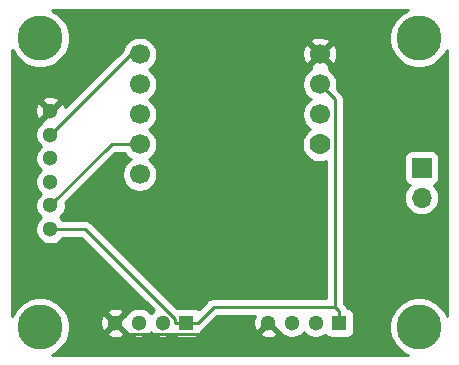
<source format=gbr>
G04 #@! TF.GenerationSoftware,KiCad,Pcbnew,(5.1.2)-1*
G04 #@! TF.CreationDate,2020-12-18T00:18:44+09:00*
G04 #@! TF.ProjectId,M5Atom_CAN,4d354174-6f6d-45f4-9341-4e2e6b696361,rev?*
G04 #@! TF.SameCoordinates,Original*
G04 #@! TF.FileFunction,Copper,L1,Top*
G04 #@! TF.FilePolarity,Positive*
%FSLAX46Y46*%
G04 Gerber Fmt 4.6, Leading zero omitted, Abs format (unit mm)*
G04 Created by KiCad (PCBNEW (5.1.2)-1) date 2020-12-18 00:18:44*
%MOMM*%
%LPD*%
G04 APERTURE LIST*
%ADD10C,1.300000*%
%ADD11R,1.300000X1.300000*%
%ADD12O,1.700000X1.700000*%
%ADD13R,1.700000X1.700000*%
%ADD14C,1.700000*%
%ADD15C,1.776200*%
%ADD16C,3.800000*%
%ADD17C,0.250000*%
%ADD18C,0.254000*%
G04 APERTURE END LIST*
D10*
X153385000Y-136334000D03*
X155385000Y-136334000D03*
X157385000Y-136334000D03*
D11*
X159385000Y-136334000D03*
D12*
X166370000Y-125755000D03*
D13*
X166370000Y-123215000D03*
D14*
X142494000Y-123762000D03*
X142494000Y-121222000D03*
X142494000Y-118682000D03*
X142494000Y-116142000D03*
X142494000Y-113602000D03*
X157734000Y-113602000D03*
X157734000Y-116142000D03*
X157734000Y-118682000D03*
D15*
X157734000Y-121222000D03*
D16*
X134064000Y-112220000D03*
X166164000Y-112220000D03*
X166164000Y-136700000D03*
X134064000Y-136700000D03*
D10*
X134938000Y-118397000D03*
X134938000Y-120397000D03*
X134938000Y-122397000D03*
X134938000Y-124397000D03*
X134938000Y-126397000D03*
X134938000Y-128397000D03*
X140431000Y-136334000D03*
X142431000Y-136334000D03*
X144431000Y-136334000D03*
D11*
X146431000Y-136334000D03*
D17*
X140431000Y-136334000D02*
X141406300Y-137309300D01*
X141406300Y-137309300D02*
X152409700Y-137309300D01*
X152409700Y-137309300D02*
X153385000Y-136334000D01*
X146431000Y-136334000D02*
X145455700Y-136334000D01*
X134938000Y-128397000D02*
X137884400Y-128397000D01*
X137884400Y-128397000D02*
X145455700Y-135968300D01*
X145455700Y-135968300D02*
X145455700Y-136334000D01*
X159007000Y-134980700D02*
X159385000Y-135358700D01*
X157734000Y-116142000D02*
X159007000Y-117415000D01*
X159007000Y-117415000D02*
X159007000Y-134980700D01*
X147406300Y-136334000D02*
X148759600Y-134980700D01*
X148759600Y-134980700D02*
X159007000Y-134980700D01*
X159385000Y-136334000D02*
X159385000Y-135358700D01*
X146431000Y-136334000D02*
X147406300Y-136334000D01*
X134938000Y-120397000D02*
X141733000Y-113602000D01*
X141733000Y-113602000D02*
X142494000Y-113602000D01*
X134938000Y-126397000D02*
X140113000Y-121222000D01*
X140113000Y-121222000D02*
X142494000Y-121222000D01*
D18*
G36*
X164963227Y-109973512D02*
G01*
X164548032Y-110250937D01*
X164194937Y-110604032D01*
X163917512Y-111019227D01*
X163726418Y-111480568D01*
X163629000Y-111970324D01*
X163629000Y-112469676D01*
X163726418Y-112959432D01*
X163917512Y-113420773D01*
X164194937Y-113835968D01*
X164548032Y-114189063D01*
X164963227Y-114466488D01*
X165424568Y-114657582D01*
X165914324Y-114755000D01*
X166413676Y-114755000D01*
X166903432Y-114657582D01*
X167364773Y-114466488D01*
X167779968Y-114189063D01*
X168133063Y-113835968D01*
X168410488Y-113420773D01*
X168504001Y-113195013D01*
X168504000Y-135724985D01*
X168410488Y-135499227D01*
X168133063Y-135084032D01*
X167779968Y-134730937D01*
X167364773Y-134453512D01*
X166903432Y-134262418D01*
X166413676Y-134165000D01*
X165914324Y-134165000D01*
X165424568Y-134262418D01*
X164963227Y-134453512D01*
X164548032Y-134730937D01*
X164194937Y-135084032D01*
X163917512Y-135499227D01*
X163726418Y-135960568D01*
X163629000Y-136450324D01*
X163629000Y-136949676D01*
X163726418Y-137439432D01*
X163917512Y-137900773D01*
X164194937Y-138315968D01*
X164548032Y-138669063D01*
X164963227Y-138946488D01*
X165188987Y-139040001D01*
X135039018Y-139039999D01*
X135264773Y-138946488D01*
X135679968Y-138669063D01*
X136033063Y-138315968D01*
X136310488Y-137900773D01*
X136501582Y-137439432D01*
X136545323Y-137219527D01*
X139725078Y-137219527D01*
X139778466Y-137448201D01*
X140008374Y-137554095D01*
X140254524Y-137613102D01*
X140507455Y-137622952D01*
X140757449Y-137583270D01*
X140994896Y-137495578D01*
X141083534Y-137448201D01*
X141136922Y-137219527D01*
X140431000Y-136513605D01*
X139725078Y-137219527D01*
X136545323Y-137219527D01*
X136599000Y-136949676D01*
X136599000Y-136450324D01*
X136591070Y-136410455D01*
X139142048Y-136410455D01*
X139181730Y-136660449D01*
X139269422Y-136897896D01*
X139316799Y-136986534D01*
X139545473Y-137039922D01*
X140251395Y-136334000D01*
X139545473Y-135628078D01*
X139316799Y-135681466D01*
X139210905Y-135911374D01*
X139151898Y-136157524D01*
X139142048Y-136410455D01*
X136591070Y-136410455D01*
X136501582Y-135960568D01*
X136310488Y-135499227D01*
X136276576Y-135448473D01*
X139725078Y-135448473D01*
X140431000Y-136154395D01*
X141136922Y-135448473D01*
X141083534Y-135219799D01*
X140853626Y-135113905D01*
X140607476Y-135054898D01*
X140354545Y-135045048D01*
X140104551Y-135084730D01*
X139867104Y-135172422D01*
X139778466Y-135219799D01*
X139725078Y-135448473D01*
X136276576Y-135448473D01*
X136033063Y-135084032D01*
X135679968Y-134730937D01*
X135264773Y-134453512D01*
X134803432Y-134262418D01*
X134313676Y-134165000D01*
X133814324Y-134165000D01*
X133324568Y-134262418D01*
X132863227Y-134453512D01*
X132448032Y-134730937D01*
X132094937Y-135084032D01*
X131817512Y-135499227D01*
X131724000Y-135724985D01*
X131724000Y-120270439D01*
X133653000Y-120270439D01*
X133653000Y-120523561D01*
X133702381Y-120771821D01*
X133799247Y-121005676D01*
X133939875Y-121216140D01*
X134118860Y-121395125D01*
X134121666Y-121397000D01*
X134118860Y-121398875D01*
X133939875Y-121577860D01*
X133799247Y-121788324D01*
X133702381Y-122022179D01*
X133653000Y-122270439D01*
X133653000Y-122523561D01*
X133702381Y-122771821D01*
X133799247Y-123005676D01*
X133939875Y-123216140D01*
X134118860Y-123395125D01*
X134121666Y-123397000D01*
X134118860Y-123398875D01*
X133939875Y-123577860D01*
X133799247Y-123788324D01*
X133702381Y-124022179D01*
X133653000Y-124270439D01*
X133653000Y-124523561D01*
X133702381Y-124771821D01*
X133799247Y-125005676D01*
X133939875Y-125216140D01*
X134118860Y-125395125D01*
X134121666Y-125397000D01*
X134118860Y-125398875D01*
X133939875Y-125577860D01*
X133799247Y-125788324D01*
X133702381Y-126022179D01*
X133653000Y-126270439D01*
X133653000Y-126523561D01*
X133702381Y-126771821D01*
X133799247Y-127005676D01*
X133939875Y-127216140D01*
X134118860Y-127395125D01*
X134121666Y-127397000D01*
X134118860Y-127398875D01*
X133939875Y-127577860D01*
X133799247Y-127788324D01*
X133702381Y-128022179D01*
X133653000Y-128270439D01*
X133653000Y-128523561D01*
X133702381Y-128771821D01*
X133799247Y-129005676D01*
X133939875Y-129216140D01*
X134118860Y-129395125D01*
X134329324Y-129535753D01*
X134563179Y-129632619D01*
X134811439Y-129682000D01*
X135064561Y-129682000D01*
X135312821Y-129632619D01*
X135546676Y-129535753D01*
X135757140Y-129395125D01*
X135936125Y-129216140D01*
X135975641Y-129157000D01*
X137569599Y-129157000D01*
X143693754Y-135281155D01*
X143611860Y-135335875D01*
X143432875Y-135514860D01*
X143431000Y-135517666D01*
X143429125Y-135514860D01*
X143250140Y-135335875D01*
X143039676Y-135195247D01*
X142805821Y-135098381D01*
X142557561Y-135049000D01*
X142304439Y-135049000D01*
X142056179Y-135098381D01*
X141822324Y-135195247D01*
X141611860Y-135335875D01*
X141432875Y-135514860D01*
X141351733Y-135636297D01*
X141316527Y-135628078D01*
X140610605Y-136334000D01*
X141316527Y-137039922D01*
X141351733Y-137031703D01*
X141432875Y-137153140D01*
X141611860Y-137332125D01*
X141822324Y-137472753D01*
X142056179Y-137569619D01*
X142304439Y-137619000D01*
X142557561Y-137619000D01*
X142805821Y-137569619D01*
X143039676Y-137472753D01*
X143250140Y-137332125D01*
X143429125Y-137153140D01*
X143431000Y-137150334D01*
X143432875Y-137153140D01*
X143611860Y-137332125D01*
X143822324Y-137472753D01*
X144056179Y-137569619D01*
X144304439Y-137619000D01*
X144557561Y-137619000D01*
X144805821Y-137569619D01*
X145039676Y-137472753D01*
X145247870Y-137333642D01*
X145250463Y-137338494D01*
X145329815Y-137435185D01*
X145426506Y-137514537D01*
X145536820Y-137573502D01*
X145656518Y-137609812D01*
X145781000Y-137622072D01*
X147081000Y-137622072D01*
X147205482Y-137609812D01*
X147325180Y-137573502D01*
X147435494Y-137514537D01*
X147532185Y-137435185D01*
X147611537Y-137338494D01*
X147670502Y-137228180D01*
X147673126Y-137219527D01*
X152679078Y-137219527D01*
X152732466Y-137448201D01*
X152962374Y-137554095D01*
X153208524Y-137613102D01*
X153461455Y-137622952D01*
X153711449Y-137583270D01*
X153948896Y-137495578D01*
X154037534Y-137448201D01*
X154090922Y-137219527D01*
X153385000Y-136513605D01*
X152679078Y-137219527D01*
X147673126Y-137219527D01*
X147706812Y-137108482D01*
X147714438Y-137031052D01*
X147830576Y-136968974D01*
X147946301Y-136874001D01*
X147970104Y-136844997D01*
X149074402Y-135740700D01*
X152243516Y-135740700D01*
X152164905Y-135911374D01*
X152105898Y-136157524D01*
X152096048Y-136410455D01*
X152135730Y-136660449D01*
X152223422Y-136897896D01*
X152270799Y-136986534D01*
X152499473Y-137039922D01*
X153205395Y-136334000D01*
X153191253Y-136319858D01*
X153370858Y-136140253D01*
X153385000Y-136154395D01*
X153399143Y-136140253D01*
X153578748Y-136319858D01*
X153564605Y-136334000D01*
X154270527Y-137039922D01*
X154305733Y-137031703D01*
X154386875Y-137153140D01*
X154565860Y-137332125D01*
X154776324Y-137472753D01*
X155010179Y-137569619D01*
X155258439Y-137619000D01*
X155511561Y-137619000D01*
X155759821Y-137569619D01*
X155993676Y-137472753D01*
X156204140Y-137332125D01*
X156383125Y-137153140D01*
X156385000Y-137150334D01*
X156386875Y-137153140D01*
X156565860Y-137332125D01*
X156776324Y-137472753D01*
X157010179Y-137569619D01*
X157258439Y-137619000D01*
X157511561Y-137619000D01*
X157759821Y-137569619D01*
X157993676Y-137472753D01*
X158201870Y-137333642D01*
X158204463Y-137338494D01*
X158283815Y-137435185D01*
X158380506Y-137514537D01*
X158490820Y-137573502D01*
X158610518Y-137609812D01*
X158735000Y-137622072D01*
X160035000Y-137622072D01*
X160159482Y-137609812D01*
X160279180Y-137573502D01*
X160389494Y-137514537D01*
X160486185Y-137435185D01*
X160565537Y-137338494D01*
X160624502Y-137228180D01*
X160660812Y-137108482D01*
X160673072Y-136984000D01*
X160673072Y-135684000D01*
X160660812Y-135559518D01*
X160624502Y-135439820D01*
X160565537Y-135329506D01*
X160486185Y-135232815D01*
X160389494Y-135153463D01*
X160279180Y-135094498D01*
X160159482Y-135058188D01*
X160082052Y-135050562D01*
X160019974Y-134934424D01*
X159925001Y-134818699D01*
X159895997Y-134794896D01*
X159767000Y-134665899D01*
X159767000Y-125755000D01*
X164877815Y-125755000D01*
X164906487Y-126046111D01*
X164991401Y-126326034D01*
X165129294Y-126584014D01*
X165314866Y-126810134D01*
X165540986Y-126995706D01*
X165798966Y-127133599D01*
X166078889Y-127218513D01*
X166297050Y-127240000D01*
X166442950Y-127240000D01*
X166661111Y-127218513D01*
X166941034Y-127133599D01*
X167199014Y-126995706D01*
X167425134Y-126810134D01*
X167610706Y-126584014D01*
X167748599Y-126326034D01*
X167833513Y-126046111D01*
X167862185Y-125755000D01*
X167833513Y-125463889D01*
X167748599Y-125183966D01*
X167610706Y-124925986D01*
X167425134Y-124699866D01*
X167395313Y-124675393D01*
X167464180Y-124654502D01*
X167574494Y-124595537D01*
X167671185Y-124516185D01*
X167750537Y-124419494D01*
X167809502Y-124309180D01*
X167845812Y-124189482D01*
X167858072Y-124065000D01*
X167858072Y-122365000D01*
X167845812Y-122240518D01*
X167809502Y-122120820D01*
X167750537Y-122010506D01*
X167671185Y-121913815D01*
X167574494Y-121834463D01*
X167464180Y-121775498D01*
X167344482Y-121739188D01*
X167220000Y-121726928D01*
X165520000Y-121726928D01*
X165395518Y-121739188D01*
X165275820Y-121775498D01*
X165165506Y-121834463D01*
X165068815Y-121913815D01*
X164989463Y-122010506D01*
X164930498Y-122120820D01*
X164894188Y-122240518D01*
X164881928Y-122365000D01*
X164881928Y-124065000D01*
X164894188Y-124189482D01*
X164930498Y-124309180D01*
X164989463Y-124419494D01*
X165068815Y-124516185D01*
X165165506Y-124595537D01*
X165275820Y-124654502D01*
X165344687Y-124675393D01*
X165314866Y-124699866D01*
X165129294Y-124925986D01*
X164991401Y-125183966D01*
X164906487Y-125463889D01*
X164877815Y-125755000D01*
X159767000Y-125755000D01*
X159767000Y-117452323D01*
X159770676Y-117415000D01*
X159767000Y-117377677D01*
X159767000Y-117377667D01*
X159756003Y-117266014D01*
X159712546Y-117122753D01*
X159641974Y-116990724D01*
X159547001Y-116874999D01*
X159518004Y-116851202D01*
X159175210Y-116508408D01*
X159219000Y-116288260D01*
X159219000Y-115995740D01*
X159161932Y-115708842D01*
X159049990Y-115438589D01*
X158887475Y-115195368D01*
X158680632Y-114988525D01*
X158507271Y-114872689D01*
X158582792Y-114630397D01*
X157734000Y-113781605D01*
X156885208Y-114630397D01*
X156960729Y-114872689D01*
X156787368Y-114988525D01*
X156580525Y-115195368D01*
X156418010Y-115438589D01*
X156306068Y-115708842D01*
X156249000Y-115995740D01*
X156249000Y-116288260D01*
X156306068Y-116575158D01*
X156418010Y-116845411D01*
X156580525Y-117088632D01*
X156787368Y-117295475D01*
X156961760Y-117412000D01*
X156787368Y-117528525D01*
X156580525Y-117735368D01*
X156418010Y-117978589D01*
X156306068Y-118248842D01*
X156249000Y-118535740D01*
X156249000Y-118828260D01*
X156306068Y-119115158D01*
X156418010Y-119385411D01*
X156580525Y-119628632D01*
X156787368Y-119835475D01*
X156927471Y-119929088D01*
X156763080Y-120038931D01*
X156550931Y-120251080D01*
X156384246Y-120500541D01*
X156269432Y-120777728D01*
X156210900Y-121071988D01*
X156210900Y-121372012D01*
X156269432Y-121666272D01*
X156384246Y-121943459D01*
X156550931Y-122192920D01*
X156763080Y-122405069D01*
X157012541Y-122571754D01*
X157289728Y-122686568D01*
X157583988Y-122745100D01*
X157884012Y-122745100D01*
X158178272Y-122686568D01*
X158247000Y-122658100D01*
X158247001Y-134220700D01*
X148796922Y-134220700D01*
X148759599Y-134217024D01*
X148722276Y-134220700D01*
X148722267Y-134220700D01*
X148610614Y-134231697D01*
X148467353Y-134275154D01*
X148335324Y-134345726D01*
X148219599Y-134440699D01*
X148195801Y-134469697D01*
X147477534Y-135187964D01*
X147435494Y-135153463D01*
X147325180Y-135094498D01*
X147205482Y-135058188D01*
X147081000Y-135045928D01*
X145781000Y-135045928D01*
X145656518Y-135058188D01*
X145628799Y-135066597D01*
X138448204Y-127886003D01*
X138424401Y-127856999D01*
X138308676Y-127762026D01*
X138176647Y-127691454D01*
X138033386Y-127647997D01*
X137921733Y-127637000D01*
X137921722Y-127637000D01*
X137884400Y-127633324D01*
X137847078Y-127637000D01*
X135975641Y-127637000D01*
X135936125Y-127577860D01*
X135757140Y-127398875D01*
X135754334Y-127397000D01*
X135757140Y-127395125D01*
X135936125Y-127216140D01*
X136076753Y-127005676D01*
X136173619Y-126771821D01*
X136223000Y-126523561D01*
X136223000Y-126270439D01*
X136209124Y-126200677D01*
X140427802Y-121982000D01*
X141215822Y-121982000D01*
X141340525Y-122168632D01*
X141547368Y-122375475D01*
X141721760Y-122492000D01*
X141547368Y-122608525D01*
X141340525Y-122815368D01*
X141178010Y-123058589D01*
X141066068Y-123328842D01*
X141009000Y-123615740D01*
X141009000Y-123908260D01*
X141066068Y-124195158D01*
X141178010Y-124465411D01*
X141340525Y-124708632D01*
X141547368Y-124915475D01*
X141790589Y-125077990D01*
X142060842Y-125189932D01*
X142347740Y-125247000D01*
X142640260Y-125247000D01*
X142927158Y-125189932D01*
X143197411Y-125077990D01*
X143440632Y-124915475D01*
X143647475Y-124708632D01*
X143809990Y-124465411D01*
X143921932Y-124195158D01*
X143979000Y-123908260D01*
X143979000Y-123615740D01*
X143921932Y-123328842D01*
X143809990Y-123058589D01*
X143647475Y-122815368D01*
X143440632Y-122608525D01*
X143266240Y-122492000D01*
X143440632Y-122375475D01*
X143647475Y-122168632D01*
X143809990Y-121925411D01*
X143921932Y-121655158D01*
X143979000Y-121368260D01*
X143979000Y-121075740D01*
X143921932Y-120788842D01*
X143809990Y-120518589D01*
X143647475Y-120275368D01*
X143440632Y-120068525D01*
X143266240Y-119952000D01*
X143440632Y-119835475D01*
X143647475Y-119628632D01*
X143809990Y-119385411D01*
X143921932Y-119115158D01*
X143979000Y-118828260D01*
X143979000Y-118535740D01*
X143921932Y-118248842D01*
X143809990Y-117978589D01*
X143647475Y-117735368D01*
X143440632Y-117528525D01*
X143266240Y-117412000D01*
X143440632Y-117295475D01*
X143647475Y-117088632D01*
X143809990Y-116845411D01*
X143921932Y-116575158D01*
X143979000Y-116288260D01*
X143979000Y-115995740D01*
X143921932Y-115708842D01*
X143809990Y-115438589D01*
X143647475Y-115195368D01*
X143440632Y-114988525D01*
X143266240Y-114872000D01*
X143440632Y-114755475D01*
X143647475Y-114548632D01*
X143809990Y-114305411D01*
X143921932Y-114035158D01*
X143979000Y-113748260D01*
X143979000Y-113670531D01*
X156243389Y-113670531D01*
X156285401Y-113960019D01*
X156383081Y-114235747D01*
X156456528Y-114373157D01*
X156705603Y-114450792D01*
X157554395Y-113602000D01*
X157913605Y-113602000D01*
X158762397Y-114450792D01*
X159011472Y-114373157D01*
X159137371Y-114109117D01*
X159209339Y-113825589D01*
X159224611Y-113533469D01*
X159182599Y-113243981D01*
X159084919Y-112968253D01*
X159011472Y-112830843D01*
X158762397Y-112753208D01*
X157913605Y-113602000D01*
X157554395Y-113602000D01*
X156705603Y-112753208D01*
X156456528Y-112830843D01*
X156330629Y-113094883D01*
X156258661Y-113378411D01*
X156243389Y-113670531D01*
X143979000Y-113670531D01*
X143979000Y-113455740D01*
X143921932Y-113168842D01*
X143809990Y-112898589D01*
X143647475Y-112655368D01*
X143565710Y-112573603D01*
X156885208Y-112573603D01*
X157734000Y-113422395D01*
X158582792Y-112573603D01*
X158505157Y-112324528D01*
X158241117Y-112198629D01*
X157957589Y-112126661D01*
X157665469Y-112111389D01*
X157375981Y-112153401D01*
X157100253Y-112251081D01*
X156962843Y-112324528D01*
X156885208Y-112573603D01*
X143565710Y-112573603D01*
X143440632Y-112448525D01*
X143197411Y-112286010D01*
X142927158Y-112174068D01*
X142640260Y-112117000D01*
X142347740Y-112117000D01*
X142060842Y-112174068D01*
X141790589Y-112286010D01*
X141547368Y-112448525D01*
X141340525Y-112655368D01*
X141178010Y-112898589D01*
X141066068Y-113168842D01*
X141059789Y-113200409D01*
X136187596Y-118072603D01*
X136187270Y-118070551D01*
X136099578Y-117833104D01*
X136052201Y-117744466D01*
X135823527Y-117691078D01*
X135117605Y-118397000D01*
X135131748Y-118411143D01*
X134952143Y-118590748D01*
X134938000Y-118576605D01*
X134232078Y-119282527D01*
X134240297Y-119317733D01*
X134118860Y-119398875D01*
X133939875Y-119577860D01*
X133799247Y-119788324D01*
X133702381Y-120022179D01*
X133653000Y-120270439D01*
X131724000Y-120270439D01*
X131724000Y-118473455D01*
X133649048Y-118473455D01*
X133688730Y-118723449D01*
X133776422Y-118960896D01*
X133823799Y-119049534D01*
X134052473Y-119102922D01*
X134758395Y-118397000D01*
X134052473Y-117691078D01*
X133823799Y-117744466D01*
X133717905Y-117974374D01*
X133658898Y-118220524D01*
X133649048Y-118473455D01*
X131724000Y-118473455D01*
X131724000Y-117511473D01*
X134232078Y-117511473D01*
X134938000Y-118217395D01*
X135643922Y-117511473D01*
X135590534Y-117282799D01*
X135360626Y-117176905D01*
X135114476Y-117117898D01*
X134861545Y-117108048D01*
X134611551Y-117147730D01*
X134374104Y-117235422D01*
X134285466Y-117282799D01*
X134232078Y-117511473D01*
X131724000Y-117511473D01*
X131724000Y-113195015D01*
X131817512Y-113420773D01*
X132094937Y-113835968D01*
X132448032Y-114189063D01*
X132863227Y-114466488D01*
X133324568Y-114657582D01*
X133814324Y-114755000D01*
X134313676Y-114755000D01*
X134803432Y-114657582D01*
X135264773Y-114466488D01*
X135679968Y-114189063D01*
X136033063Y-113835968D01*
X136310488Y-113420773D01*
X136501582Y-112959432D01*
X136599000Y-112469676D01*
X136599000Y-111970324D01*
X136501582Y-111480568D01*
X136310488Y-111019227D01*
X136033063Y-110604032D01*
X135679968Y-110250937D01*
X135264773Y-109973512D01*
X135039018Y-109880001D01*
X165188982Y-109880001D01*
X164963227Y-109973512D01*
X164963227Y-109973512D01*
G37*
X164963227Y-109973512D02*
X164548032Y-110250937D01*
X164194937Y-110604032D01*
X163917512Y-111019227D01*
X163726418Y-111480568D01*
X163629000Y-111970324D01*
X163629000Y-112469676D01*
X163726418Y-112959432D01*
X163917512Y-113420773D01*
X164194937Y-113835968D01*
X164548032Y-114189063D01*
X164963227Y-114466488D01*
X165424568Y-114657582D01*
X165914324Y-114755000D01*
X166413676Y-114755000D01*
X166903432Y-114657582D01*
X167364773Y-114466488D01*
X167779968Y-114189063D01*
X168133063Y-113835968D01*
X168410488Y-113420773D01*
X168504001Y-113195013D01*
X168504000Y-135724985D01*
X168410488Y-135499227D01*
X168133063Y-135084032D01*
X167779968Y-134730937D01*
X167364773Y-134453512D01*
X166903432Y-134262418D01*
X166413676Y-134165000D01*
X165914324Y-134165000D01*
X165424568Y-134262418D01*
X164963227Y-134453512D01*
X164548032Y-134730937D01*
X164194937Y-135084032D01*
X163917512Y-135499227D01*
X163726418Y-135960568D01*
X163629000Y-136450324D01*
X163629000Y-136949676D01*
X163726418Y-137439432D01*
X163917512Y-137900773D01*
X164194937Y-138315968D01*
X164548032Y-138669063D01*
X164963227Y-138946488D01*
X165188987Y-139040001D01*
X135039018Y-139039999D01*
X135264773Y-138946488D01*
X135679968Y-138669063D01*
X136033063Y-138315968D01*
X136310488Y-137900773D01*
X136501582Y-137439432D01*
X136545323Y-137219527D01*
X139725078Y-137219527D01*
X139778466Y-137448201D01*
X140008374Y-137554095D01*
X140254524Y-137613102D01*
X140507455Y-137622952D01*
X140757449Y-137583270D01*
X140994896Y-137495578D01*
X141083534Y-137448201D01*
X141136922Y-137219527D01*
X140431000Y-136513605D01*
X139725078Y-137219527D01*
X136545323Y-137219527D01*
X136599000Y-136949676D01*
X136599000Y-136450324D01*
X136591070Y-136410455D01*
X139142048Y-136410455D01*
X139181730Y-136660449D01*
X139269422Y-136897896D01*
X139316799Y-136986534D01*
X139545473Y-137039922D01*
X140251395Y-136334000D01*
X139545473Y-135628078D01*
X139316799Y-135681466D01*
X139210905Y-135911374D01*
X139151898Y-136157524D01*
X139142048Y-136410455D01*
X136591070Y-136410455D01*
X136501582Y-135960568D01*
X136310488Y-135499227D01*
X136276576Y-135448473D01*
X139725078Y-135448473D01*
X140431000Y-136154395D01*
X141136922Y-135448473D01*
X141083534Y-135219799D01*
X140853626Y-135113905D01*
X140607476Y-135054898D01*
X140354545Y-135045048D01*
X140104551Y-135084730D01*
X139867104Y-135172422D01*
X139778466Y-135219799D01*
X139725078Y-135448473D01*
X136276576Y-135448473D01*
X136033063Y-135084032D01*
X135679968Y-134730937D01*
X135264773Y-134453512D01*
X134803432Y-134262418D01*
X134313676Y-134165000D01*
X133814324Y-134165000D01*
X133324568Y-134262418D01*
X132863227Y-134453512D01*
X132448032Y-134730937D01*
X132094937Y-135084032D01*
X131817512Y-135499227D01*
X131724000Y-135724985D01*
X131724000Y-120270439D01*
X133653000Y-120270439D01*
X133653000Y-120523561D01*
X133702381Y-120771821D01*
X133799247Y-121005676D01*
X133939875Y-121216140D01*
X134118860Y-121395125D01*
X134121666Y-121397000D01*
X134118860Y-121398875D01*
X133939875Y-121577860D01*
X133799247Y-121788324D01*
X133702381Y-122022179D01*
X133653000Y-122270439D01*
X133653000Y-122523561D01*
X133702381Y-122771821D01*
X133799247Y-123005676D01*
X133939875Y-123216140D01*
X134118860Y-123395125D01*
X134121666Y-123397000D01*
X134118860Y-123398875D01*
X133939875Y-123577860D01*
X133799247Y-123788324D01*
X133702381Y-124022179D01*
X133653000Y-124270439D01*
X133653000Y-124523561D01*
X133702381Y-124771821D01*
X133799247Y-125005676D01*
X133939875Y-125216140D01*
X134118860Y-125395125D01*
X134121666Y-125397000D01*
X134118860Y-125398875D01*
X133939875Y-125577860D01*
X133799247Y-125788324D01*
X133702381Y-126022179D01*
X133653000Y-126270439D01*
X133653000Y-126523561D01*
X133702381Y-126771821D01*
X133799247Y-127005676D01*
X133939875Y-127216140D01*
X134118860Y-127395125D01*
X134121666Y-127397000D01*
X134118860Y-127398875D01*
X133939875Y-127577860D01*
X133799247Y-127788324D01*
X133702381Y-128022179D01*
X133653000Y-128270439D01*
X133653000Y-128523561D01*
X133702381Y-128771821D01*
X133799247Y-129005676D01*
X133939875Y-129216140D01*
X134118860Y-129395125D01*
X134329324Y-129535753D01*
X134563179Y-129632619D01*
X134811439Y-129682000D01*
X135064561Y-129682000D01*
X135312821Y-129632619D01*
X135546676Y-129535753D01*
X135757140Y-129395125D01*
X135936125Y-129216140D01*
X135975641Y-129157000D01*
X137569599Y-129157000D01*
X143693754Y-135281155D01*
X143611860Y-135335875D01*
X143432875Y-135514860D01*
X143431000Y-135517666D01*
X143429125Y-135514860D01*
X143250140Y-135335875D01*
X143039676Y-135195247D01*
X142805821Y-135098381D01*
X142557561Y-135049000D01*
X142304439Y-135049000D01*
X142056179Y-135098381D01*
X141822324Y-135195247D01*
X141611860Y-135335875D01*
X141432875Y-135514860D01*
X141351733Y-135636297D01*
X141316527Y-135628078D01*
X140610605Y-136334000D01*
X141316527Y-137039922D01*
X141351733Y-137031703D01*
X141432875Y-137153140D01*
X141611860Y-137332125D01*
X141822324Y-137472753D01*
X142056179Y-137569619D01*
X142304439Y-137619000D01*
X142557561Y-137619000D01*
X142805821Y-137569619D01*
X143039676Y-137472753D01*
X143250140Y-137332125D01*
X143429125Y-137153140D01*
X143431000Y-137150334D01*
X143432875Y-137153140D01*
X143611860Y-137332125D01*
X143822324Y-137472753D01*
X144056179Y-137569619D01*
X144304439Y-137619000D01*
X144557561Y-137619000D01*
X144805821Y-137569619D01*
X145039676Y-137472753D01*
X145247870Y-137333642D01*
X145250463Y-137338494D01*
X145329815Y-137435185D01*
X145426506Y-137514537D01*
X145536820Y-137573502D01*
X145656518Y-137609812D01*
X145781000Y-137622072D01*
X147081000Y-137622072D01*
X147205482Y-137609812D01*
X147325180Y-137573502D01*
X147435494Y-137514537D01*
X147532185Y-137435185D01*
X147611537Y-137338494D01*
X147670502Y-137228180D01*
X147673126Y-137219527D01*
X152679078Y-137219527D01*
X152732466Y-137448201D01*
X152962374Y-137554095D01*
X153208524Y-137613102D01*
X153461455Y-137622952D01*
X153711449Y-137583270D01*
X153948896Y-137495578D01*
X154037534Y-137448201D01*
X154090922Y-137219527D01*
X153385000Y-136513605D01*
X152679078Y-137219527D01*
X147673126Y-137219527D01*
X147706812Y-137108482D01*
X147714438Y-137031052D01*
X147830576Y-136968974D01*
X147946301Y-136874001D01*
X147970104Y-136844997D01*
X149074402Y-135740700D01*
X152243516Y-135740700D01*
X152164905Y-135911374D01*
X152105898Y-136157524D01*
X152096048Y-136410455D01*
X152135730Y-136660449D01*
X152223422Y-136897896D01*
X152270799Y-136986534D01*
X152499473Y-137039922D01*
X153205395Y-136334000D01*
X153191253Y-136319858D01*
X153370858Y-136140253D01*
X153385000Y-136154395D01*
X153399143Y-136140253D01*
X153578748Y-136319858D01*
X153564605Y-136334000D01*
X154270527Y-137039922D01*
X154305733Y-137031703D01*
X154386875Y-137153140D01*
X154565860Y-137332125D01*
X154776324Y-137472753D01*
X155010179Y-137569619D01*
X155258439Y-137619000D01*
X155511561Y-137619000D01*
X155759821Y-137569619D01*
X155993676Y-137472753D01*
X156204140Y-137332125D01*
X156383125Y-137153140D01*
X156385000Y-137150334D01*
X156386875Y-137153140D01*
X156565860Y-137332125D01*
X156776324Y-137472753D01*
X157010179Y-137569619D01*
X157258439Y-137619000D01*
X157511561Y-137619000D01*
X157759821Y-137569619D01*
X157993676Y-137472753D01*
X158201870Y-137333642D01*
X158204463Y-137338494D01*
X158283815Y-137435185D01*
X158380506Y-137514537D01*
X158490820Y-137573502D01*
X158610518Y-137609812D01*
X158735000Y-137622072D01*
X160035000Y-137622072D01*
X160159482Y-137609812D01*
X160279180Y-137573502D01*
X160389494Y-137514537D01*
X160486185Y-137435185D01*
X160565537Y-137338494D01*
X160624502Y-137228180D01*
X160660812Y-137108482D01*
X160673072Y-136984000D01*
X160673072Y-135684000D01*
X160660812Y-135559518D01*
X160624502Y-135439820D01*
X160565537Y-135329506D01*
X160486185Y-135232815D01*
X160389494Y-135153463D01*
X160279180Y-135094498D01*
X160159482Y-135058188D01*
X160082052Y-135050562D01*
X160019974Y-134934424D01*
X159925001Y-134818699D01*
X159895997Y-134794896D01*
X159767000Y-134665899D01*
X159767000Y-125755000D01*
X164877815Y-125755000D01*
X164906487Y-126046111D01*
X164991401Y-126326034D01*
X165129294Y-126584014D01*
X165314866Y-126810134D01*
X165540986Y-126995706D01*
X165798966Y-127133599D01*
X166078889Y-127218513D01*
X166297050Y-127240000D01*
X166442950Y-127240000D01*
X166661111Y-127218513D01*
X166941034Y-127133599D01*
X167199014Y-126995706D01*
X167425134Y-126810134D01*
X167610706Y-126584014D01*
X167748599Y-126326034D01*
X167833513Y-126046111D01*
X167862185Y-125755000D01*
X167833513Y-125463889D01*
X167748599Y-125183966D01*
X167610706Y-124925986D01*
X167425134Y-124699866D01*
X167395313Y-124675393D01*
X167464180Y-124654502D01*
X167574494Y-124595537D01*
X167671185Y-124516185D01*
X167750537Y-124419494D01*
X167809502Y-124309180D01*
X167845812Y-124189482D01*
X167858072Y-124065000D01*
X167858072Y-122365000D01*
X167845812Y-122240518D01*
X167809502Y-122120820D01*
X167750537Y-122010506D01*
X167671185Y-121913815D01*
X167574494Y-121834463D01*
X167464180Y-121775498D01*
X167344482Y-121739188D01*
X167220000Y-121726928D01*
X165520000Y-121726928D01*
X165395518Y-121739188D01*
X165275820Y-121775498D01*
X165165506Y-121834463D01*
X165068815Y-121913815D01*
X164989463Y-122010506D01*
X164930498Y-122120820D01*
X164894188Y-122240518D01*
X164881928Y-122365000D01*
X164881928Y-124065000D01*
X164894188Y-124189482D01*
X164930498Y-124309180D01*
X164989463Y-124419494D01*
X165068815Y-124516185D01*
X165165506Y-124595537D01*
X165275820Y-124654502D01*
X165344687Y-124675393D01*
X165314866Y-124699866D01*
X165129294Y-124925986D01*
X164991401Y-125183966D01*
X164906487Y-125463889D01*
X164877815Y-125755000D01*
X159767000Y-125755000D01*
X159767000Y-117452323D01*
X159770676Y-117415000D01*
X159767000Y-117377677D01*
X159767000Y-117377667D01*
X159756003Y-117266014D01*
X159712546Y-117122753D01*
X159641974Y-116990724D01*
X159547001Y-116874999D01*
X159518004Y-116851202D01*
X159175210Y-116508408D01*
X159219000Y-116288260D01*
X159219000Y-115995740D01*
X159161932Y-115708842D01*
X159049990Y-115438589D01*
X158887475Y-115195368D01*
X158680632Y-114988525D01*
X158507271Y-114872689D01*
X158582792Y-114630397D01*
X157734000Y-113781605D01*
X156885208Y-114630397D01*
X156960729Y-114872689D01*
X156787368Y-114988525D01*
X156580525Y-115195368D01*
X156418010Y-115438589D01*
X156306068Y-115708842D01*
X156249000Y-115995740D01*
X156249000Y-116288260D01*
X156306068Y-116575158D01*
X156418010Y-116845411D01*
X156580525Y-117088632D01*
X156787368Y-117295475D01*
X156961760Y-117412000D01*
X156787368Y-117528525D01*
X156580525Y-117735368D01*
X156418010Y-117978589D01*
X156306068Y-118248842D01*
X156249000Y-118535740D01*
X156249000Y-118828260D01*
X156306068Y-119115158D01*
X156418010Y-119385411D01*
X156580525Y-119628632D01*
X156787368Y-119835475D01*
X156927471Y-119929088D01*
X156763080Y-120038931D01*
X156550931Y-120251080D01*
X156384246Y-120500541D01*
X156269432Y-120777728D01*
X156210900Y-121071988D01*
X156210900Y-121372012D01*
X156269432Y-121666272D01*
X156384246Y-121943459D01*
X156550931Y-122192920D01*
X156763080Y-122405069D01*
X157012541Y-122571754D01*
X157289728Y-122686568D01*
X157583988Y-122745100D01*
X157884012Y-122745100D01*
X158178272Y-122686568D01*
X158247000Y-122658100D01*
X158247001Y-134220700D01*
X148796922Y-134220700D01*
X148759599Y-134217024D01*
X148722276Y-134220700D01*
X148722267Y-134220700D01*
X148610614Y-134231697D01*
X148467353Y-134275154D01*
X148335324Y-134345726D01*
X148219599Y-134440699D01*
X148195801Y-134469697D01*
X147477534Y-135187964D01*
X147435494Y-135153463D01*
X147325180Y-135094498D01*
X147205482Y-135058188D01*
X147081000Y-135045928D01*
X145781000Y-135045928D01*
X145656518Y-135058188D01*
X145628799Y-135066597D01*
X138448204Y-127886003D01*
X138424401Y-127856999D01*
X138308676Y-127762026D01*
X138176647Y-127691454D01*
X138033386Y-127647997D01*
X137921733Y-127637000D01*
X137921722Y-127637000D01*
X137884400Y-127633324D01*
X137847078Y-127637000D01*
X135975641Y-127637000D01*
X135936125Y-127577860D01*
X135757140Y-127398875D01*
X135754334Y-127397000D01*
X135757140Y-127395125D01*
X135936125Y-127216140D01*
X136076753Y-127005676D01*
X136173619Y-126771821D01*
X136223000Y-126523561D01*
X136223000Y-126270439D01*
X136209124Y-126200677D01*
X140427802Y-121982000D01*
X141215822Y-121982000D01*
X141340525Y-122168632D01*
X141547368Y-122375475D01*
X141721760Y-122492000D01*
X141547368Y-122608525D01*
X141340525Y-122815368D01*
X141178010Y-123058589D01*
X141066068Y-123328842D01*
X141009000Y-123615740D01*
X141009000Y-123908260D01*
X141066068Y-124195158D01*
X141178010Y-124465411D01*
X141340525Y-124708632D01*
X141547368Y-124915475D01*
X141790589Y-125077990D01*
X142060842Y-125189932D01*
X142347740Y-125247000D01*
X142640260Y-125247000D01*
X142927158Y-125189932D01*
X143197411Y-125077990D01*
X143440632Y-124915475D01*
X143647475Y-124708632D01*
X143809990Y-124465411D01*
X143921932Y-124195158D01*
X143979000Y-123908260D01*
X143979000Y-123615740D01*
X143921932Y-123328842D01*
X143809990Y-123058589D01*
X143647475Y-122815368D01*
X143440632Y-122608525D01*
X143266240Y-122492000D01*
X143440632Y-122375475D01*
X143647475Y-122168632D01*
X143809990Y-121925411D01*
X143921932Y-121655158D01*
X143979000Y-121368260D01*
X143979000Y-121075740D01*
X143921932Y-120788842D01*
X143809990Y-120518589D01*
X143647475Y-120275368D01*
X143440632Y-120068525D01*
X143266240Y-119952000D01*
X143440632Y-119835475D01*
X143647475Y-119628632D01*
X143809990Y-119385411D01*
X143921932Y-119115158D01*
X143979000Y-118828260D01*
X143979000Y-118535740D01*
X143921932Y-118248842D01*
X143809990Y-117978589D01*
X143647475Y-117735368D01*
X143440632Y-117528525D01*
X143266240Y-117412000D01*
X143440632Y-117295475D01*
X143647475Y-117088632D01*
X143809990Y-116845411D01*
X143921932Y-116575158D01*
X143979000Y-116288260D01*
X143979000Y-115995740D01*
X143921932Y-115708842D01*
X143809990Y-115438589D01*
X143647475Y-115195368D01*
X143440632Y-114988525D01*
X143266240Y-114872000D01*
X143440632Y-114755475D01*
X143647475Y-114548632D01*
X143809990Y-114305411D01*
X143921932Y-114035158D01*
X143979000Y-113748260D01*
X143979000Y-113670531D01*
X156243389Y-113670531D01*
X156285401Y-113960019D01*
X156383081Y-114235747D01*
X156456528Y-114373157D01*
X156705603Y-114450792D01*
X157554395Y-113602000D01*
X157913605Y-113602000D01*
X158762397Y-114450792D01*
X159011472Y-114373157D01*
X159137371Y-114109117D01*
X159209339Y-113825589D01*
X159224611Y-113533469D01*
X159182599Y-113243981D01*
X159084919Y-112968253D01*
X159011472Y-112830843D01*
X158762397Y-112753208D01*
X157913605Y-113602000D01*
X157554395Y-113602000D01*
X156705603Y-112753208D01*
X156456528Y-112830843D01*
X156330629Y-113094883D01*
X156258661Y-113378411D01*
X156243389Y-113670531D01*
X143979000Y-113670531D01*
X143979000Y-113455740D01*
X143921932Y-113168842D01*
X143809990Y-112898589D01*
X143647475Y-112655368D01*
X143565710Y-112573603D01*
X156885208Y-112573603D01*
X157734000Y-113422395D01*
X158582792Y-112573603D01*
X158505157Y-112324528D01*
X158241117Y-112198629D01*
X157957589Y-112126661D01*
X157665469Y-112111389D01*
X157375981Y-112153401D01*
X157100253Y-112251081D01*
X156962843Y-112324528D01*
X156885208Y-112573603D01*
X143565710Y-112573603D01*
X143440632Y-112448525D01*
X143197411Y-112286010D01*
X142927158Y-112174068D01*
X142640260Y-112117000D01*
X142347740Y-112117000D01*
X142060842Y-112174068D01*
X141790589Y-112286010D01*
X141547368Y-112448525D01*
X141340525Y-112655368D01*
X141178010Y-112898589D01*
X141066068Y-113168842D01*
X141059789Y-113200409D01*
X136187596Y-118072603D01*
X136187270Y-118070551D01*
X136099578Y-117833104D01*
X136052201Y-117744466D01*
X135823527Y-117691078D01*
X135117605Y-118397000D01*
X135131748Y-118411143D01*
X134952143Y-118590748D01*
X134938000Y-118576605D01*
X134232078Y-119282527D01*
X134240297Y-119317733D01*
X134118860Y-119398875D01*
X133939875Y-119577860D01*
X133799247Y-119788324D01*
X133702381Y-120022179D01*
X133653000Y-120270439D01*
X131724000Y-120270439D01*
X131724000Y-118473455D01*
X133649048Y-118473455D01*
X133688730Y-118723449D01*
X133776422Y-118960896D01*
X133823799Y-119049534D01*
X134052473Y-119102922D01*
X134758395Y-118397000D01*
X134052473Y-117691078D01*
X133823799Y-117744466D01*
X133717905Y-117974374D01*
X133658898Y-118220524D01*
X133649048Y-118473455D01*
X131724000Y-118473455D01*
X131724000Y-117511473D01*
X134232078Y-117511473D01*
X134938000Y-118217395D01*
X135643922Y-117511473D01*
X135590534Y-117282799D01*
X135360626Y-117176905D01*
X135114476Y-117117898D01*
X134861545Y-117108048D01*
X134611551Y-117147730D01*
X134374104Y-117235422D01*
X134285466Y-117282799D01*
X134232078Y-117511473D01*
X131724000Y-117511473D01*
X131724000Y-113195015D01*
X131817512Y-113420773D01*
X132094937Y-113835968D01*
X132448032Y-114189063D01*
X132863227Y-114466488D01*
X133324568Y-114657582D01*
X133814324Y-114755000D01*
X134313676Y-114755000D01*
X134803432Y-114657582D01*
X135264773Y-114466488D01*
X135679968Y-114189063D01*
X136033063Y-113835968D01*
X136310488Y-113420773D01*
X136501582Y-112959432D01*
X136599000Y-112469676D01*
X136599000Y-111970324D01*
X136501582Y-111480568D01*
X136310488Y-111019227D01*
X136033063Y-110604032D01*
X135679968Y-110250937D01*
X135264773Y-109973512D01*
X135039018Y-109880001D01*
X165188982Y-109880001D01*
X164963227Y-109973512D01*
M02*

</source>
